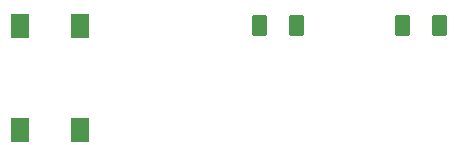
<source format=gbr>
%TF.GenerationSoftware,KiCad,Pcbnew,(5.1.10)-1*%
%TF.CreationDate,2022-11-10T21:57:10-03:00*%
%TF.ProjectId,potenciostato,706f7465-6e63-4696-9f73-7461746f2e6b,rev?*%
%TF.SameCoordinates,Original*%
%TF.FileFunction,Paste,Bot*%
%TF.FilePolarity,Positive*%
%FSLAX46Y46*%
G04 Gerber Fmt 4.6, Leading zero omitted, Abs format (unit mm)*
G04 Created by KiCad (PCBNEW (5.1.10)-1) date 2022-11-10 21:57:10*
%MOMM*%
%LPD*%
G01*
G04 APERTURE LIST*
%ADD10R,1.500000X2.000000*%
G04 APERTURE END LIST*
D10*
%TO.C,D1*%
X145923000Y-60971500D03*
X140823000Y-60971500D03*
X140823000Y-69711500D03*
X145923000Y-69711500D03*
%TD*%
%TO.C,C4*%
G36*
G01*
X175677000Y-61546502D02*
X175677000Y-60246498D01*
G75*
G02*
X175926998Y-59996500I249998J0D01*
G01*
X176752002Y-59996500D01*
G75*
G02*
X177002000Y-60246498I0J-249998D01*
G01*
X177002000Y-61546502D01*
G75*
G02*
X176752002Y-61796500I-249998J0D01*
G01*
X175926998Y-61796500D01*
G75*
G02*
X175677000Y-61546502I0J249998D01*
G01*
G37*
G36*
G01*
X172552000Y-61546502D02*
X172552000Y-60246498D01*
G75*
G02*
X172801998Y-59996500I249998J0D01*
G01*
X173627002Y-59996500D01*
G75*
G02*
X173877000Y-60246498I0J-249998D01*
G01*
X173877000Y-61546502D01*
G75*
G02*
X173627002Y-61796500I-249998J0D01*
G01*
X172801998Y-61796500D01*
G75*
G02*
X172552000Y-61546502I0J249998D01*
G01*
G37*
%TD*%
%TO.C,C3*%
G36*
G01*
X163562000Y-61546502D02*
X163562000Y-60246498D01*
G75*
G02*
X163811998Y-59996500I249998J0D01*
G01*
X164637002Y-59996500D01*
G75*
G02*
X164887000Y-60246498I0J-249998D01*
G01*
X164887000Y-61546502D01*
G75*
G02*
X164637002Y-61796500I-249998J0D01*
G01*
X163811998Y-61796500D01*
G75*
G02*
X163562000Y-61546502I0J249998D01*
G01*
G37*
G36*
G01*
X160437000Y-61546502D02*
X160437000Y-60246498D01*
G75*
G02*
X160686998Y-59996500I249998J0D01*
G01*
X161512002Y-59996500D01*
G75*
G02*
X161762000Y-60246498I0J-249998D01*
G01*
X161762000Y-61546502D01*
G75*
G02*
X161512002Y-61796500I-249998J0D01*
G01*
X160686998Y-61796500D01*
G75*
G02*
X160437000Y-61546502I0J249998D01*
G01*
G37*
%TD*%
M02*

</source>
